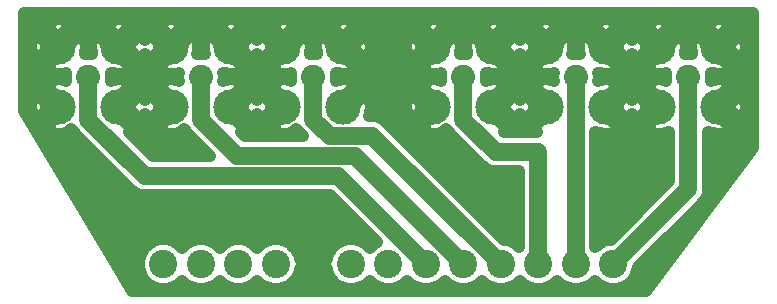
<source format=gbr>
%TF.GenerationSoftware,KiCad,Pcbnew,(5.1.9)-1*%
%TF.CreationDate,2021-11-23T14:08:38+07:00*%
%TF.ProjectId,ADC_SMA,4144435f-534d-4412-9e6b-696361645f70,rev?*%
%TF.SameCoordinates,Original*%
%TF.FileFunction,Copper,L1,Top*%
%TF.FilePolarity,Positive*%
%FSLAX46Y46*%
G04 Gerber Fmt 4.6, Leading zero omitted, Abs format (unit mm)*
G04 Created by KiCad (PCBNEW (5.1.9)-1) date 2021-11-23 14:08:38*
%MOMM*%
%LPD*%
G01*
G04 APERTURE LIST*
%TA.AperFunction,ComponentPad*%
%ADD10C,2.400000*%
%TD*%
%TA.AperFunction,ComponentPad*%
%ADD11C,3.000000*%
%TD*%
%TA.AperFunction,ComponentPad*%
%ADD12C,2.050000*%
%TD*%
%TA.AperFunction,Conductor*%
%ADD13C,1.500000*%
%TD*%
%TA.AperFunction,Conductor*%
%ADD14C,1.000000*%
%TD*%
%TA.AperFunction,Conductor*%
%ADD15C,0.100000*%
%TD*%
G04 APERTURE END LIST*
D10*
%TO.P,J6,1*%
%TO.N,N/C*%
X104775000Y-104775000D03*
%TD*%
%TO.P,J6,1*%
%TO.N,N/C*%
X107950000Y-104775000D03*
%TD*%
%TO.P,J6,1*%
%TO.N,N/C*%
X111125000Y-104775000D03*
%TD*%
%TO.P,J6,1*%
%TO.N,N/C*%
X101600000Y-104775000D03*
%TD*%
%TO.P,J6,1*%
%TO.N,N/C*%
X117475000Y-104775000D03*
%TD*%
%TO.P,J6,1*%
%TO.N,N/C*%
X120650000Y-104775000D03*
%TD*%
D11*
%TO.P,J13,2*%
%TO.N,GNDA*%
X97790000Y-91440000D03*
X92710000Y-91440000D03*
X92710000Y-86360000D03*
X97790000Y-86360000D03*
D12*
%TO.P,J13,1*%
%TO.N,Net-(J13-Pad1)*%
X95250000Y-88900000D03*
%TD*%
D11*
%TO.P,J12,2*%
%TO.N,GNDA*%
X107315000Y-91440000D03*
X102235000Y-91440000D03*
X102235000Y-86360000D03*
X107315000Y-86360000D03*
D12*
%TO.P,J12,1*%
%TO.N,Net-(J12-Pad1)*%
X104775000Y-88900000D03*
%TD*%
D11*
%TO.P,J11,2*%
%TO.N,GNDA*%
X116840000Y-91440000D03*
X111760000Y-91440000D03*
X111760000Y-86360000D03*
X116840000Y-86360000D03*
D12*
%TO.P,J11,1*%
%TO.N,Net-(J11-Pad1)*%
X114300000Y-88900000D03*
%TD*%
D11*
%TO.P,J10,2*%
%TO.N,GNDA*%
X129540000Y-91440000D03*
X124460000Y-91440000D03*
X124460000Y-86360000D03*
X129540000Y-86360000D03*
D12*
%TO.P,J10,1*%
%TO.N,Net-(J10-Pad1)*%
X127000000Y-88900000D03*
%TD*%
D11*
%TO.P,J9,2*%
%TO.N,GNDA*%
X139065000Y-91440000D03*
X133985000Y-91440000D03*
X133985000Y-86360000D03*
X139065000Y-86360000D03*
D12*
%TO.P,J9,1*%
%TO.N,Net-(J2-Pad1)*%
X136525000Y-88900000D03*
%TD*%
D11*
%TO.P,J8,2*%
%TO.N,GNDA*%
X148590000Y-91440000D03*
X143510000Y-91440000D03*
X143510000Y-86360000D03*
X148590000Y-86360000D03*
D12*
%TO.P,J8,1*%
%TO.N,Net-(J1-Pad1)*%
X146050000Y-88900000D03*
%TD*%
D10*
%TO.P,J7,1*%
%TO.N,GNDA*%
X114300000Y-104775000D03*
%TD*%
%TO.P,J6,1*%
%TO.N,Net-(J13-Pad1)*%
X123825000Y-104775000D03*
%TD*%
%TO.P,J5,1*%
%TO.N,Net-(J12-Pad1)*%
X127000000Y-104775000D03*
%TD*%
%TO.P,J4,1*%
%TO.N,Net-(J11-Pad1)*%
X130175000Y-104775000D03*
%TD*%
%TO.P,J3,1*%
%TO.N,Net-(J10-Pad1)*%
X133350000Y-104775000D03*
%TD*%
%TO.P,J2,1*%
%TO.N,Net-(J2-Pad1)*%
X136525000Y-104775000D03*
%TD*%
%TO.P,J1,1*%
%TO.N,Net-(J1-Pad1)*%
X139700000Y-104775000D03*
%TD*%
D13*
%TO.N,Net-(J1-Pad1)*%
X139700000Y-104775000D02*
X146050000Y-98425000D01*
X146050000Y-98425000D02*
X146050000Y-88900000D01*
%TO.N,Net-(J2-Pad1)*%
X136525000Y-104775000D02*
X136525000Y-88900000D01*
%TO.N,Net-(J10-Pad1)*%
X133350000Y-104775000D02*
X133350000Y-95250000D01*
X127000000Y-92526002D02*
X127000000Y-88900000D01*
X129723998Y-95250000D02*
X127000000Y-92526002D01*
X133350000Y-95250000D02*
X129723998Y-95250000D01*
%TO.N,Net-(J11-Pad1)*%
X114300000Y-92526002D02*
X114300000Y-88900000D01*
X115663999Y-93890001D02*
X114300000Y-92526002D01*
X119290001Y-93890001D02*
X115663999Y-93890001D01*
X130175000Y-104775000D02*
X119290001Y-93890001D01*
%TO.N,Net-(J12-Pad1)*%
X104775000Y-92526002D02*
X104775000Y-88900000D01*
X107839009Y-95590011D02*
X104775000Y-92526002D01*
X117815011Y-95590011D02*
X107839009Y-95590011D01*
X127000000Y-104775000D02*
X117815011Y-95590011D01*
%TO.N,Net-(J13-Pad1)*%
X95250000Y-92526002D02*
X95250000Y-88900000D01*
X100014019Y-97290021D02*
X95250000Y-92526002D01*
X116340021Y-97290021D02*
X100014019Y-97290021D01*
X123825000Y-104775000D02*
X116340021Y-97290021D01*
%TD*%
D14*
%TO.N,GNDA*%
X151475001Y-94941666D02*
X142412501Y-107025000D01*
X98948725Y-107025000D01*
X97474626Y-104568168D01*
X99500000Y-104568168D01*
X99500000Y-104981832D01*
X99580702Y-105387547D01*
X99739004Y-105769723D01*
X99968823Y-106113672D01*
X100261328Y-106406177D01*
X100605277Y-106635996D01*
X100987453Y-106794298D01*
X101393168Y-106875000D01*
X101806832Y-106875000D01*
X102212547Y-106794298D01*
X102594723Y-106635996D01*
X102938672Y-106406177D01*
X103187500Y-106157349D01*
X103436328Y-106406177D01*
X103780277Y-106635996D01*
X104162453Y-106794298D01*
X104568168Y-106875000D01*
X104981832Y-106875000D01*
X105387547Y-106794298D01*
X105769723Y-106635996D01*
X106113672Y-106406177D01*
X106362500Y-106157349D01*
X106611328Y-106406177D01*
X106955277Y-106635996D01*
X107337453Y-106794298D01*
X107743168Y-106875000D01*
X108156832Y-106875000D01*
X108562547Y-106794298D01*
X108944723Y-106635996D01*
X109288672Y-106406177D01*
X109537500Y-106157349D01*
X109786328Y-106406177D01*
X110130277Y-106635996D01*
X110512453Y-106794298D01*
X110918168Y-106875000D01*
X111331832Y-106875000D01*
X111737547Y-106794298D01*
X112119723Y-106635996D01*
X112463672Y-106406177D01*
X112511472Y-106358377D01*
X113423730Y-106358377D01*
X113560394Y-106643631D01*
X113939157Y-106752016D01*
X114331787Y-106784425D01*
X114723196Y-106739613D01*
X115039606Y-106643631D01*
X115176270Y-106358377D01*
X114300000Y-105482107D01*
X113423730Y-106358377D01*
X112511472Y-106358377D01*
X112756177Y-106113672D01*
X112985996Y-105769723D01*
X113144298Y-105387547D01*
X113185008Y-105182885D01*
X113592893Y-104775000D01*
X113185008Y-104367115D01*
X113144298Y-104162453D01*
X112985996Y-103780277D01*
X112756177Y-103436328D01*
X112511472Y-103191623D01*
X113423730Y-103191623D01*
X114300000Y-104067893D01*
X115176270Y-103191623D01*
X115039606Y-102906369D01*
X114660843Y-102797984D01*
X114268213Y-102765575D01*
X113876804Y-102810387D01*
X113560394Y-102906369D01*
X113423730Y-103191623D01*
X112511472Y-103191623D01*
X112463672Y-103143823D01*
X112119723Y-102914004D01*
X111737547Y-102755702D01*
X111331832Y-102675000D01*
X110918168Y-102675000D01*
X110512453Y-102755702D01*
X110130277Y-102914004D01*
X109786328Y-103143823D01*
X109537500Y-103392651D01*
X109288672Y-103143823D01*
X108944723Y-102914004D01*
X108562547Y-102755702D01*
X108156832Y-102675000D01*
X107743168Y-102675000D01*
X107337453Y-102755702D01*
X106955277Y-102914004D01*
X106611328Y-103143823D01*
X106362500Y-103392651D01*
X106113672Y-103143823D01*
X105769723Y-102914004D01*
X105387547Y-102755702D01*
X104981832Y-102675000D01*
X104568168Y-102675000D01*
X104162453Y-102755702D01*
X103780277Y-102914004D01*
X103436328Y-103143823D01*
X103187500Y-103392651D01*
X102938672Y-103143823D01*
X102594723Y-102914004D01*
X102212547Y-102755702D01*
X101806832Y-102675000D01*
X101393168Y-102675000D01*
X100987453Y-102755702D01*
X100605277Y-102914004D01*
X100261328Y-103143823D01*
X99968823Y-103436328D01*
X99739004Y-103780277D01*
X99580702Y-104162453D01*
X99500000Y-104568168D01*
X97474626Y-104568168D01*
X89825000Y-91818792D01*
X89825000Y-91399440D01*
X90399227Y-91399440D01*
X90435714Y-91851028D01*
X90559601Y-92286822D01*
X90590645Y-92361767D01*
X90906125Y-92536769D01*
X92002893Y-91440000D01*
X90906125Y-90343231D01*
X90590645Y-90518233D01*
X90451541Y-90949409D01*
X90399227Y-91399440D01*
X89825000Y-91399440D01*
X89825000Y-88163875D01*
X91613231Y-88163875D01*
X91788233Y-88479355D01*
X92219409Y-88618459D01*
X92669440Y-88670773D01*
X93121028Y-88634286D01*
X93353274Y-88568263D01*
X93325000Y-88710404D01*
X93325000Y-89089596D01*
X93353074Y-89230734D01*
X93200591Y-89181541D01*
X92750560Y-89129227D01*
X92298972Y-89165714D01*
X91863178Y-89289601D01*
X91788233Y-89320645D01*
X91613231Y-89636125D01*
X92710000Y-90732893D01*
X92724142Y-90718751D01*
X93431249Y-91425858D01*
X93417107Y-91440000D01*
X93431249Y-91454142D01*
X92724142Y-92161249D01*
X92710000Y-92147107D01*
X91613231Y-93243875D01*
X91788233Y-93559355D01*
X92219409Y-93698459D01*
X92669440Y-93750773D01*
X93121028Y-93714286D01*
X93556822Y-93590399D01*
X93631767Y-93559355D01*
X93784375Y-93284245D01*
X93871438Y-93447127D01*
X94077629Y-93698373D01*
X94140593Y-93750046D01*
X98789979Y-98399433D01*
X98841648Y-98462392D01*
X99092893Y-98668583D01*
X99379536Y-98821798D01*
X99690563Y-98916146D01*
X99932967Y-98940021D01*
X99932976Y-98940021D01*
X100014018Y-98948003D01*
X100095060Y-98940021D01*
X115656570Y-98940021D01*
X119640456Y-102923907D01*
X119311328Y-103143823D01*
X119062500Y-103392651D01*
X118813672Y-103143823D01*
X118469723Y-102914004D01*
X118087547Y-102755702D01*
X117681832Y-102675000D01*
X117268168Y-102675000D01*
X116862453Y-102755702D01*
X116480277Y-102914004D01*
X116136328Y-103143823D01*
X115843823Y-103436328D01*
X115614004Y-103780277D01*
X115455702Y-104162453D01*
X115414992Y-104367115D01*
X115007107Y-104775000D01*
X115414992Y-105182885D01*
X115455702Y-105387547D01*
X115614004Y-105769723D01*
X115843823Y-106113672D01*
X116136328Y-106406177D01*
X116480277Y-106635996D01*
X116862453Y-106794298D01*
X117268168Y-106875000D01*
X117681832Y-106875000D01*
X118087547Y-106794298D01*
X118469723Y-106635996D01*
X118813672Y-106406177D01*
X119062500Y-106157349D01*
X119311328Y-106406177D01*
X119655277Y-106635996D01*
X120037453Y-106794298D01*
X120443168Y-106875000D01*
X120856832Y-106875000D01*
X121262547Y-106794298D01*
X121644723Y-106635996D01*
X121988672Y-106406177D01*
X122237500Y-106157349D01*
X122486328Y-106406177D01*
X122830277Y-106635996D01*
X123212453Y-106794298D01*
X123618168Y-106875000D01*
X124031832Y-106875000D01*
X124437547Y-106794298D01*
X124819723Y-106635996D01*
X125163672Y-106406177D01*
X125412500Y-106157349D01*
X125661328Y-106406177D01*
X126005277Y-106635996D01*
X126387453Y-106794298D01*
X126793168Y-106875000D01*
X127206832Y-106875000D01*
X127612547Y-106794298D01*
X127994723Y-106635996D01*
X128338672Y-106406177D01*
X128587500Y-106157349D01*
X128836328Y-106406177D01*
X129180277Y-106635996D01*
X129562453Y-106794298D01*
X129968168Y-106875000D01*
X130381832Y-106875000D01*
X130787547Y-106794298D01*
X131169723Y-106635996D01*
X131513672Y-106406177D01*
X131762500Y-106157349D01*
X132011328Y-106406177D01*
X132355277Y-106635996D01*
X132737453Y-106794298D01*
X133143168Y-106875000D01*
X133556832Y-106875000D01*
X133962547Y-106794298D01*
X134344723Y-106635996D01*
X134688672Y-106406177D01*
X134937500Y-106157349D01*
X135186328Y-106406177D01*
X135530277Y-106635996D01*
X135912453Y-106794298D01*
X136318168Y-106875000D01*
X136731832Y-106875000D01*
X137137547Y-106794298D01*
X137519723Y-106635996D01*
X137863672Y-106406177D01*
X138112500Y-106157349D01*
X138361328Y-106406177D01*
X138705277Y-106635996D01*
X139087453Y-106794298D01*
X139493168Y-106875000D01*
X139906832Y-106875000D01*
X140312547Y-106794298D01*
X140694723Y-106635996D01*
X141038672Y-106406177D01*
X141331177Y-106113672D01*
X141560996Y-105769723D01*
X141719298Y-105387547D01*
X141793390Y-105015061D01*
X147159413Y-99649039D01*
X147222371Y-99597371D01*
X147428562Y-99346126D01*
X147581777Y-99059483D01*
X147676125Y-98748456D01*
X147700000Y-98506052D01*
X147700000Y-98506043D01*
X147707982Y-98425001D01*
X147700000Y-98343959D01*
X147700000Y-93569604D01*
X148099409Y-93698459D01*
X148549440Y-93750773D01*
X149001028Y-93714286D01*
X149436822Y-93590399D01*
X149511767Y-93559355D01*
X149686769Y-93243875D01*
X148590000Y-92147107D01*
X148575858Y-92161249D01*
X147868751Y-91454142D01*
X147882893Y-91440000D01*
X149297107Y-91440000D01*
X150393875Y-92536769D01*
X150709355Y-92361767D01*
X150848459Y-91930591D01*
X150900773Y-91480560D01*
X150864286Y-91028972D01*
X150740399Y-90593178D01*
X150709355Y-90518233D01*
X150393875Y-90343231D01*
X149297107Y-91440000D01*
X147882893Y-91440000D01*
X147868751Y-91425858D01*
X148575858Y-90718751D01*
X148590000Y-90732893D01*
X149686769Y-89636125D01*
X149511767Y-89320645D01*
X149080591Y-89181541D01*
X148630560Y-89129227D01*
X148178972Y-89165714D01*
X147946726Y-89231737D01*
X147975000Y-89089596D01*
X147975000Y-88710404D01*
X147946926Y-88569266D01*
X148099409Y-88618459D01*
X148549440Y-88670773D01*
X149001028Y-88634286D01*
X149436822Y-88510399D01*
X149511767Y-88479355D01*
X149686769Y-88163875D01*
X148590000Y-87067107D01*
X148575858Y-87081249D01*
X147868751Y-86374142D01*
X147882893Y-86360000D01*
X149297107Y-86360000D01*
X150393875Y-87456769D01*
X150709355Y-87281767D01*
X150848459Y-86850591D01*
X150900773Y-86400560D01*
X150864286Y-85948972D01*
X150740399Y-85513178D01*
X150709355Y-85438233D01*
X150393875Y-85263231D01*
X149297107Y-86360000D01*
X147882893Y-86360000D01*
X146786125Y-85263231D01*
X146470645Y-85438233D01*
X146331541Y-85869409D01*
X146279227Y-86319440D01*
X146315714Y-86771028D01*
X146381737Y-87003274D01*
X146239596Y-86975000D01*
X145860404Y-86975000D01*
X145719266Y-87003074D01*
X145768459Y-86850591D01*
X145820773Y-86400560D01*
X145784286Y-85948972D01*
X145660399Y-85513178D01*
X145629355Y-85438233D01*
X145313875Y-85263231D01*
X144217107Y-86360000D01*
X144231249Y-86374142D01*
X143524142Y-87081249D01*
X143510000Y-87067107D01*
X142413231Y-88163875D01*
X142588233Y-88479355D01*
X143019409Y-88618459D01*
X143469440Y-88670773D01*
X143921028Y-88634286D01*
X144153274Y-88568263D01*
X144125000Y-88710404D01*
X144125000Y-89089596D01*
X144153074Y-89230734D01*
X144000591Y-89181541D01*
X143550560Y-89129227D01*
X143098972Y-89165714D01*
X142663178Y-89289601D01*
X142588233Y-89320645D01*
X142413231Y-89636125D01*
X143510000Y-90732893D01*
X143524142Y-90718751D01*
X144231249Y-91425858D01*
X144217107Y-91440000D01*
X144231249Y-91454142D01*
X143524142Y-92161249D01*
X143510000Y-92147107D01*
X142413231Y-93243875D01*
X142588233Y-93559355D01*
X143019409Y-93698459D01*
X143469440Y-93750773D01*
X143921028Y-93714286D01*
X144356822Y-93590399D01*
X144400001Y-93572513D01*
X144400000Y-97741548D01*
X139459939Y-102681610D01*
X139087453Y-102755702D01*
X138705277Y-102914004D01*
X138361328Y-103143823D01*
X138175000Y-103330151D01*
X138175000Y-93569604D01*
X138574409Y-93698459D01*
X139024440Y-93750773D01*
X139476028Y-93714286D01*
X139911822Y-93590399D01*
X139986767Y-93559355D01*
X140161769Y-93243875D01*
X139065000Y-92147107D01*
X139050858Y-92161249D01*
X138343751Y-91454142D01*
X138357893Y-91440000D01*
X139772107Y-91440000D01*
X140868875Y-92536769D01*
X141184355Y-92361767D01*
X141288839Y-92037903D01*
X141359601Y-92286822D01*
X141390645Y-92361767D01*
X141706125Y-92536769D01*
X142802893Y-91440000D01*
X141706125Y-90343231D01*
X141390645Y-90518233D01*
X141286161Y-90842097D01*
X141215399Y-90593178D01*
X141184355Y-90518233D01*
X140868875Y-90343231D01*
X139772107Y-91440000D01*
X138357893Y-91440000D01*
X138343751Y-91425858D01*
X139050858Y-90718751D01*
X139065000Y-90732893D01*
X140161769Y-89636125D01*
X139986767Y-89320645D01*
X139555591Y-89181541D01*
X139105560Y-89129227D01*
X138653972Y-89165714D01*
X138421726Y-89231737D01*
X138450000Y-89089596D01*
X138450000Y-88710404D01*
X138421926Y-88569266D01*
X138574409Y-88618459D01*
X139024440Y-88670773D01*
X139476028Y-88634286D01*
X139911822Y-88510399D01*
X139986767Y-88479355D01*
X140161769Y-88163875D01*
X139065000Y-87067107D01*
X139050858Y-87081249D01*
X138343751Y-86374142D01*
X138357893Y-86360000D01*
X139772107Y-86360000D01*
X140868875Y-87456769D01*
X141184355Y-87281767D01*
X141288839Y-86957903D01*
X141359601Y-87206822D01*
X141390645Y-87281767D01*
X141706125Y-87456769D01*
X142802893Y-86360000D01*
X141706125Y-85263231D01*
X141390645Y-85438233D01*
X141286161Y-85762097D01*
X141215399Y-85513178D01*
X141184355Y-85438233D01*
X140868875Y-85263231D01*
X139772107Y-86360000D01*
X138357893Y-86360000D01*
X137261125Y-85263231D01*
X136945645Y-85438233D01*
X136806541Y-85869409D01*
X136754227Y-86319440D01*
X136790714Y-86771028D01*
X136856737Y-87003274D01*
X136714596Y-86975000D01*
X136335404Y-86975000D01*
X136194266Y-87003074D01*
X136243459Y-86850591D01*
X136295773Y-86400560D01*
X136259286Y-85948972D01*
X136135399Y-85513178D01*
X136104355Y-85438233D01*
X135788875Y-85263231D01*
X134692107Y-86360000D01*
X134706249Y-86374142D01*
X133999142Y-87081249D01*
X133985000Y-87067107D01*
X132888231Y-88163875D01*
X133063233Y-88479355D01*
X133494409Y-88618459D01*
X133944440Y-88670773D01*
X134396028Y-88634286D01*
X134628274Y-88568263D01*
X134600000Y-88710404D01*
X134600000Y-89089596D01*
X134628074Y-89230734D01*
X134475591Y-89181541D01*
X134025560Y-89129227D01*
X133573972Y-89165714D01*
X133138178Y-89289601D01*
X133063233Y-89320645D01*
X132888231Y-89636125D01*
X133985000Y-90732893D01*
X133999142Y-90718751D01*
X134706249Y-91425858D01*
X134692107Y-91440000D01*
X134706249Y-91454142D01*
X133999142Y-92161249D01*
X133985000Y-92147107D01*
X132888231Y-93243875D01*
X133063233Y-93559355D01*
X133189219Y-93600000D01*
X130407450Y-93600000D01*
X130394619Y-93587169D01*
X130461767Y-93559355D01*
X130636769Y-93243875D01*
X129540000Y-92147107D01*
X129525858Y-92161249D01*
X128818751Y-91454142D01*
X128832893Y-91440000D01*
X130247107Y-91440000D01*
X131343875Y-92536769D01*
X131659355Y-92361767D01*
X131763839Y-92037903D01*
X131834601Y-92286822D01*
X131865645Y-92361767D01*
X132181125Y-92536769D01*
X133277893Y-91440000D01*
X132181125Y-90343231D01*
X131865645Y-90518233D01*
X131761161Y-90842097D01*
X131690399Y-90593178D01*
X131659355Y-90518233D01*
X131343875Y-90343231D01*
X130247107Y-91440000D01*
X128832893Y-91440000D01*
X128818751Y-91425858D01*
X129525858Y-90718751D01*
X129540000Y-90732893D01*
X130636769Y-89636125D01*
X130461767Y-89320645D01*
X130030591Y-89181541D01*
X129580560Y-89129227D01*
X129128972Y-89165714D01*
X128896726Y-89231737D01*
X128925000Y-89089596D01*
X128925000Y-88710404D01*
X128896926Y-88569266D01*
X129049409Y-88618459D01*
X129499440Y-88670773D01*
X129951028Y-88634286D01*
X130386822Y-88510399D01*
X130461767Y-88479355D01*
X130636769Y-88163875D01*
X129540000Y-87067107D01*
X129525858Y-87081249D01*
X128818751Y-86374142D01*
X128832893Y-86360000D01*
X130247107Y-86360000D01*
X131343875Y-87456769D01*
X131659355Y-87281767D01*
X131763839Y-86957903D01*
X131834601Y-87206822D01*
X131865645Y-87281767D01*
X132181125Y-87456769D01*
X133277893Y-86360000D01*
X132181125Y-85263231D01*
X131865645Y-85438233D01*
X131761161Y-85762097D01*
X131690399Y-85513178D01*
X131659355Y-85438233D01*
X131343875Y-85263231D01*
X130247107Y-86360000D01*
X128832893Y-86360000D01*
X127736125Y-85263231D01*
X127420645Y-85438233D01*
X127281541Y-85869409D01*
X127229227Y-86319440D01*
X127265714Y-86771028D01*
X127331737Y-87003274D01*
X127189596Y-86975000D01*
X126810404Y-86975000D01*
X126669266Y-87003074D01*
X126718459Y-86850591D01*
X126770773Y-86400560D01*
X126734286Y-85948972D01*
X126610399Y-85513178D01*
X126579355Y-85438233D01*
X126263875Y-85263231D01*
X125167107Y-86360000D01*
X125181249Y-86374142D01*
X124474142Y-87081249D01*
X124460000Y-87067107D01*
X123363231Y-88163875D01*
X123538233Y-88479355D01*
X123969409Y-88618459D01*
X124419440Y-88670773D01*
X124871028Y-88634286D01*
X125103274Y-88568263D01*
X125075000Y-88710404D01*
X125075000Y-89089596D01*
X125103074Y-89230734D01*
X124950591Y-89181541D01*
X124500560Y-89129227D01*
X124048972Y-89165714D01*
X123613178Y-89289601D01*
X123538233Y-89320645D01*
X123363231Y-89636125D01*
X124460000Y-90732893D01*
X124474142Y-90718751D01*
X125181249Y-91425858D01*
X125167107Y-91440000D01*
X125181249Y-91454142D01*
X124474142Y-92161249D01*
X124460000Y-92147107D01*
X123363231Y-93243875D01*
X123538233Y-93559355D01*
X123969409Y-93698459D01*
X124419440Y-93750773D01*
X124871028Y-93714286D01*
X125306822Y-93590399D01*
X125381767Y-93559355D01*
X125534375Y-93284245D01*
X125621438Y-93447127D01*
X125827629Y-93698373D01*
X125890593Y-93750046D01*
X128499958Y-96359412D01*
X128551627Y-96422371D01*
X128614584Y-96474038D01*
X128802871Y-96628562D01*
X129089515Y-96781777D01*
X129400541Y-96876125D01*
X129723998Y-96907983D01*
X129805050Y-96900000D01*
X131700001Y-96900000D01*
X131700000Y-103330151D01*
X131513672Y-103143823D01*
X131169723Y-102914004D01*
X130787547Y-102755702D01*
X130415062Y-102681610D01*
X120514046Y-92780595D01*
X120462372Y-92717630D01*
X120211127Y-92511439D01*
X119924484Y-92358224D01*
X119613457Y-92263876D01*
X119371053Y-92240001D01*
X119371043Y-92240001D01*
X119290001Y-92232019D01*
X119208959Y-92240001D01*
X118998639Y-92240001D01*
X119098459Y-91930591D01*
X119150773Y-91480560D01*
X119144219Y-91399440D01*
X122149227Y-91399440D01*
X122185714Y-91851028D01*
X122309601Y-92286822D01*
X122340645Y-92361767D01*
X122656125Y-92536769D01*
X123752893Y-91440000D01*
X122656125Y-90343231D01*
X122340645Y-90518233D01*
X122201541Y-90949409D01*
X122149227Y-91399440D01*
X119144219Y-91399440D01*
X119114286Y-91028972D01*
X118990399Y-90593178D01*
X118959355Y-90518233D01*
X118643875Y-90343231D01*
X117547107Y-91440000D01*
X117561249Y-91454142D01*
X116854142Y-92161249D01*
X116840000Y-92147107D01*
X116825858Y-92161249D01*
X116118751Y-91454142D01*
X116132893Y-91440000D01*
X116118751Y-91425858D01*
X116825858Y-90718751D01*
X116840000Y-90732893D01*
X117936769Y-89636125D01*
X117761767Y-89320645D01*
X117330591Y-89181541D01*
X116880560Y-89129227D01*
X116428972Y-89165714D01*
X116196726Y-89231737D01*
X116225000Y-89089596D01*
X116225000Y-88710404D01*
X116196926Y-88569266D01*
X116349409Y-88618459D01*
X116799440Y-88670773D01*
X117251028Y-88634286D01*
X117686822Y-88510399D01*
X117761767Y-88479355D01*
X117936769Y-88163875D01*
X116840000Y-87067107D01*
X116825858Y-87081249D01*
X116118751Y-86374142D01*
X116132893Y-86360000D01*
X117547107Y-86360000D01*
X118643875Y-87456769D01*
X118959355Y-87281767D01*
X119098459Y-86850591D01*
X119150773Y-86400560D01*
X119144219Y-86319440D01*
X122149227Y-86319440D01*
X122185714Y-86771028D01*
X122309601Y-87206822D01*
X122340645Y-87281767D01*
X122656125Y-87456769D01*
X123752893Y-86360000D01*
X122656125Y-85263231D01*
X122340645Y-85438233D01*
X122201541Y-85869409D01*
X122149227Y-86319440D01*
X119144219Y-86319440D01*
X119114286Y-85948972D01*
X118990399Y-85513178D01*
X118959355Y-85438233D01*
X118643875Y-85263231D01*
X117547107Y-86360000D01*
X116132893Y-86360000D01*
X115036125Y-85263231D01*
X114720645Y-85438233D01*
X114581541Y-85869409D01*
X114529227Y-86319440D01*
X114565714Y-86771028D01*
X114631737Y-87003274D01*
X114489596Y-86975000D01*
X114110404Y-86975000D01*
X113969266Y-87003074D01*
X114018459Y-86850591D01*
X114070773Y-86400560D01*
X114034286Y-85948972D01*
X113910399Y-85513178D01*
X113879355Y-85438233D01*
X113563875Y-85263231D01*
X112467107Y-86360000D01*
X112481249Y-86374142D01*
X111774142Y-87081249D01*
X111760000Y-87067107D01*
X110663231Y-88163875D01*
X110838233Y-88479355D01*
X111269409Y-88618459D01*
X111719440Y-88670773D01*
X112171028Y-88634286D01*
X112403274Y-88568263D01*
X112375000Y-88710404D01*
X112375000Y-89089596D01*
X112403074Y-89230734D01*
X112250591Y-89181541D01*
X111800560Y-89129227D01*
X111348972Y-89165714D01*
X110913178Y-89289601D01*
X110838233Y-89320645D01*
X110663231Y-89636125D01*
X111760000Y-90732893D01*
X111774142Y-90718751D01*
X112481249Y-91425858D01*
X112467107Y-91440000D01*
X112481249Y-91454142D01*
X111774142Y-92161249D01*
X111760000Y-92147107D01*
X110663231Y-93243875D01*
X110838233Y-93559355D01*
X111269409Y-93698459D01*
X111719440Y-93750773D01*
X112171028Y-93714286D01*
X112606822Y-93590399D01*
X112681767Y-93559355D01*
X112834375Y-93284245D01*
X112921438Y-93447127D01*
X113127629Y-93698373D01*
X113190593Y-93750046D01*
X113380558Y-93940011D01*
X108522461Y-93940011D01*
X108169619Y-93587169D01*
X108236767Y-93559355D01*
X108411769Y-93243875D01*
X107315000Y-92147107D01*
X107300858Y-92161249D01*
X106593751Y-91454142D01*
X106607893Y-91440000D01*
X108022107Y-91440000D01*
X109118875Y-92536769D01*
X109434355Y-92361767D01*
X109538839Y-92037903D01*
X109609601Y-92286822D01*
X109640645Y-92361767D01*
X109956125Y-92536769D01*
X111052893Y-91440000D01*
X109956125Y-90343231D01*
X109640645Y-90518233D01*
X109536161Y-90842097D01*
X109465399Y-90593178D01*
X109434355Y-90518233D01*
X109118875Y-90343231D01*
X108022107Y-91440000D01*
X106607893Y-91440000D01*
X106593751Y-91425858D01*
X107300858Y-90718751D01*
X107315000Y-90732893D01*
X108411769Y-89636125D01*
X108236767Y-89320645D01*
X107805591Y-89181541D01*
X107355560Y-89129227D01*
X106903972Y-89165714D01*
X106671726Y-89231737D01*
X106700000Y-89089596D01*
X106700000Y-88710404D01*
X106671926Y-88569266D01*
X106824409Y-88618459D01*
X107274440Y-88670773D01*
X107726028Y-88634286D01*
X108161822Y-88510399D01*
X108236767Y-88479355D01*
X108411769Y-88163875D01*
X107315000Y-87067107D01*
X107300858Y-87081249D01*
X106593751Y-86374142D01*
X106607893Y-86360000D01*
X108022107Y-86360000D01*
X109118875Y-87456769D01*
X109434355Y-87281767D01*
X109538839Y-86957903D01*
X109609601Y-87206822D01*
X109640645Y-87281767D01*
X109956125Y-87456769D01*
X111052893Y-86360000D01*
X109956125Y-85263231D01*
X109640645Y-85438233D01*
X109536161Y-85762097D01*
X109465399Y-85513178D01*
X109434355Y-85438233D01*
X109118875Y-85263231D01*
X108022107Y-86360000D01*
X106607893Y-86360000D01*
X105511125Y-85263231D01*
X105195645Y-85438233D01*
X105056541Y-85869409D01*
X105004227Y-86319440D01*
X105040714Y-86771028D01*
X105106737Y-87003274D01*
X104964596Y-86975000D01*
X104585404Y-86975000D01*
X104444266Y-87003074D01*
X104493459Y-86850591D01*
X104545773Y-86400560D01*
X104509286Y-85948972D01*
X104385399Y-85513178D01*
X104354355Y-85438233D01*
X104038875Y-85263231D01*
X102942107Y-86360000D01*
X102956249Y-86374142D01*
X102249142Y-87081249D01*
X102235000Y-87067107D01*
X101138231Y-88163875D01*
X101313233Y-88479355D01*
X101744409Y-88618459D01*
X102194440Y-88670773D01*
X102646028Y-88634286D01*
X102878274Y-88568263D01*
X102850000Y-88710404D01*
X102850000Y-89089596D01*
X102878074Y-89230734D01*
X102725591Y-89181541D01*
X102275560Y-89129227D01*
X101823972Y-89165714D01*
X101388178Y-89289601D01*
X101313233Y-89320645D01*
X101138231Y-89636125D01*
X102235000Y-90732893D01*
X102249142Y-90718751D01*
X102956249Y-91425858D01*
X102942107Y-91440000D01*
X102956249Y-91454142D01*
X102249142Y-92161249D01*
X102235000Y-92147107D01*
X101138231Y-93243875D01*
X101313233Y-93559355D01*
X101744409Y-93698459D01*
X102194440Y-93750773D01*
X102646028Y-93714286D01*
X103081822Y-93590399D01*
X103156767Y-93559355D01*
X103309375Y-93284245D01*
X103396438Y-93447127D01*
X103602629Y-93698373D01*
X103665593Y-93750046D01*
X105555567Y-95640021D01*
X100697471Y-95640021D01*
X98644619Y-93587169D01*
X98711767Y-93559355D01*
X98886769Y-93243875D01*
X97790000Y-92147107D01*
X97775858Y-92161249D01*
X97068751Y-91454142D01*
X97082893Y-91440000D01*
X98497107Y-91440000D01*
X99593875Y-92536769D01*
X99909355Y-92361767D01*
X100013839Y-92037903D01*
X100084601Y-92286822D01*
X100115645Y-92361767D01*
X100431125Y-92536769D01*
X101527893Y-91440000D01*
X100431125Y-90343231D01*
X100115645Y-90518233D01*
X100011161Y-90842097D01*
X99940399Y-90593178D01*
X99909355Y-90518233D01*
X99593875Y-90343231D01*
X98497107Y-91440000D01*
X97082893Y-91440000D01*
X97068751Y-91425858D01*
X97775858Y-90718751D01*
X97790000Y-90732893D01*
X98886769Y-89636125D01*
X98711767Y-89320645D01*
X98280591Y-89181541D01*
X97830560Y-89129227D01*
X97378972Y-89165714D01*
X97146726Y-89231737D01*
X97175000Y-89089596D01*
X97175000Y-88710404D01*
X97146926Y-88569266D01*
X97299409Y-88618459D01*
X97749440Y-88670773D01*
X98201028Y-88634286D01*
X98636822Y-88510399D01*
X98711767Y-88479355D01*
X98886769Y-88163875D01*
X97790000Y-87067107D01*
X97775858Y-87081249D01*
X97068751Y-86374142D01*
X97082893Y-86360000D01*
X98497107Y-86360000D01*
X99593875Y-87456769D01*
X99909355Y-87281767D01*
X100013839Y-86957903D01*
X100084601Y-87206822D01*
X100115645Y-87281767D01*
X100431125Y-87456769D01*
X101527893Y-86360000D01*
X100431125Y-85263231D01*
X100115645Y-85438233D01*
X100011161Y-85762097D01*
X99940399Y-85513178D01*
X99909355Y-85438233D01*
X99593875Y-85263231D01*
X98497107Y-86360000D01*
X97082893Y-86360000D01*
X95986125Y-85263231D01*
X95670645Y-85438233D01*
X95531541Y-85869409D01*
X95479227Y-86319440D01*
X95515714Y-86771028D01*
X95581737Y-87003274D01*
X95439596Y-86975000D01*
X95060404Y-86975000D01*
X94919266Y-87003074D01*
X94968459Y-86850591D01*
X95020773Y-86400560D01*
X94984286Y-85948972D01*
X94860399Y-85513178D01*
X94829355Y-85438233D01*
X94513875Y-85263231D01*
X93417107Y-86360000D01*
X93431249Y-86374142D01*
X92724142Y-87081249D01*
X92710000Y-87067107D01*
X91613231Y-88163875D01*
X89825000Y-88163875D01*
X89825000Y-86319440D01*
X90399227Y-86319440D01*
X90435714Y-86771028D01*
X90559601Y-87206822D01*
X90590645Y-87281767D01*
X90906125Y-87456769D01*
X92002893Y-86360000D01*
X90906125Y-85263231D01*
X90590645Y-85438233D01*
X90451541Y-85869409D01*
X90399227Y-86319440D01*
X89825000Y-86319440D01*
X89825000Y-84556125D01*
X91613231Y-84556125D01*
X92710000Y-85652893D01*
X93806769Y-84556125D01*
X96693231Y-84556125D01*
X97790000Y-85652893D01*
X98886769Y-84556125D01*
X101138231Y-84556125D01*
X102235000Y-85652893D01*
X103331769Y-84556125D01*
X106218231Y-84556125D01*
X107315000Y-85652893D01*
X108411769Y-84556125D01*
X110663231Y-84556125D01*
X111760000Y-85652893D01*
X112856769Y-84556125D01*
X115743231Y-84556125D01*
X116840000Y-85652893D01*
X117936769Y-84556125D01*
X123363231Y-84556125D01*
X124460000Y-85652893D01*
X125556769Y-84556125D01*
X128443231Y-84556125D01*
X129540000Y-85652893D01*
X130636769Y-84556125D01*
X132888231Y-84556125D01*
X133985000Y-85652893D01*
X135081769Y-84556125D01*
X137968231Y-84556125D01*
X139065000Y-85652893D01*
X140161769Y-84556125D01*
X142413231Y-84556125D01*
X143510000Y-85652893D01*
X144606769Y-84556125D01*
X147493231Y-84556125D01*
X148590000Y-85652893D01*
X149686769Y-84556125D01*
X149511767Y-84240645D01*
X149080591Y-84101541D01*
X148630560Y-84049227D01*
X148178972Y-84085714D01*
X147743178Y-84209601D01*
X147668233Y-84240645D01*
X147493231Y-84556125D01*
X144606769Y-84556125D01*
X144431767Y-84240645D01*
X144000591Y-84101541D01*
X143550560Y-84049227D01*
X143098972Y-84085714D01*
X142663178Y-84209601D01*
X142588233Y-84240645D01*
X142413231Y-84556125D01*
X140161769Y-84556125D01*
X139986767Y-84240645D01*
X139555591Y-84101541D01*
X139105560Y-84049227D01*
X138653972Y-84085714D01*
X138218178Y-84209601D01*
X138143233Y-84240645D01*
X137968231Y-84556125D01*
X135081769Y-84556125D01*
X134906767Y-84240645D01*
X134475591Y-84101541D01*
X134025560Y-84049227D01*
X133573972Y-84085714D01*
X133138178Y-84209601D01*
X133063233Y-84240645D01*
X132888231Y-84556125D01*
X130636769Y-84556125D01*
X130461767Y-84240645D01*
X130030591Y-84101541D01*
X129580560Y-84049227D01*
X129128972Y-84085714D01*
X128693178Y-84209601D01*
X128618233Y-84240645D01*
X128443231Y-84556125D01*
X125556769Y-84556125D01*
X125381767Y-84240645D01*
X124950591Y-84101541D01*
X124500560Y-84049227D01*
X124048972Y-84085714D01*
X123613178Y-84209601D01*
X123538233Y-84240645D01*
X123363231Y-84556125D01*
X117936769Y-84556125D01*
X117761767Y-84240645D01*
X117330591Y-84101541D01*
X116880560Y-84049227D01*
X116428972Y-84085714D01*
X115993178Y-84209601D01*
X115918233Y-84240645D01*
X115743231Y-84556125D01*
X112856769Y-84556125D01*
X112681767Y-84240645D01*
X112250591Y-84101541D01*
X111800560Y-84049227D01*
X111348972Y-84085714D01*
X110913178Y-84209601D01*
X110838233Y-84240645D01*
X110663231Y-84556125D01*
X108411769Y-84556125D01*
X108236767Y-84240645D01*
X107805591Y-84101541D01*
X107355560Y-84049227D01*
X106903972Y-84085714D01*
X106468178Y-84209601D01*
X106393233Y-84240645D01*
X106218231Y-84556125D01*
X103331769Y-84556125D01*
X103156767Y-84240645D01*
X102725591Y-84101541D01*
X102275560Y-84049227D01*
X101823972Y-84085714D01*
X101388178Y-84209601D01*
X101313233Y-84240645D01*
X101138231Y-84556125D01*
X98886769Y-84556125D01*
X98711767Y-84240645D01*
X98280591Y-84101541D01*
X97830560Y-84049227D01*
X97378972Y-84085714D01*
X96943178Y-84209601D01*
X96868233Y-84240645D01*
X96693231Y-84556125D01*
X93806769Y-84556125D01*
X93631767Y-84240645D01*
X93200591Y-84101541D01*
X92750560Y-84049227D01*
X92298972Y-84085714D01*
X91863178Y-84209601D01*
X91788233Y-84240645D01*
X91613231Y-84556125D01*
X89825000Y-84556125D01*
X89825000Y-83475000D01*
X151475000Y-83475000D01*
X151475001Y-94941666D01*
%TA.AperFunction,Conductor*%
D15*
G36*
X151475001Y-94941666D02*
G01*
X142412501Y-107025000D01*
X98948725Y-107025000D01*
X97474626Y-104568168D01*
X99500000Y-104568168D01*
X99500000Y-104981832D01*
X99580702Y-105387547D01*
X99739004Y-105769723D01*
X99968823Y-106113672D01*
X100261328Y-106406177D01*
X100605277Y-106635996D01*
X100987453Y-106794298D01*
X101393168Y-106875000D01*
X101806832Y-106875000D01*
X102212547Y-106794298D01*
X102594723Y-106635996D01*
X102938672Y-106406177D01*
X103187500Y-106157349D01*
X103436328Y-106406177D01*
X103780277Y-106635996D01*
X104162453Y-106794298D01*
X104568168Y-106875000D01*
X104981832Y-106875000D01*
X105387547Y-106794298D01*
X105769723Y-106635996D01*
X106113672Y-106406177D01*
X106362500Y-106157349D01*
X106611328Y-106406177D01*
X106955277Y-106635996D01*
X107337453Y-106794298D01*
X107743168Y-106875000D01*
X108156832Y-106875000D01*
X108562547Y-106794298D01*
X108944723Y-106635996D01*
X109288672Y-106406177D01*
X109537500Y-106157349D01*
X109786328Y-106406177D01*
X110130277Y-106635996D01*
X110512453Y-106794298D01*
X110918168Y-106875000D01*
X111331832Y-106875000D01*
X111737547Y-106794298D01*
X112119723Y-106635996D01*
X112463672Y-106406177D01*
X112511472Y-106358377D01*
X113423730Y-106358377D01*
X113560394Y-106643631D01*
X113939157Y-106752016D01*
X114331787Y-106784425D01*
X114723196Y-106739613D01*
X115039606Y-106643631D01*
X115176270Y-106358377D01*
X114300000Y-105482107D01*
X113423730Y-106358377D01*
X112511472Y-106358377D01*
X112756177Y-106113672D01*
X112985996Y-105769723D01*
X113144298Y-105387547D01*
X113185008Y-105182885D01*
X113592893Y-104775000D01*
X113185008Y-104367115D01*
X113144298Y-104162453D01*
X112985996Y-103780277D01*
X112756177Y-103436328D01*
X112511472Y-103191623D01*
X113423730Y-103191623D01*
X114300000Y-104067893D01*
X115176270Y-103191623D01*
X115039606Y-102906369D01*
X114660843Y-102797984D01*
X114268213Y-102765575D01*
X113876804Y-102810387D01*
X113560394Y-102906369D01*
X113423730Y-103191623D01*
X112511472Y-103191623D01*
X112463672Y-103143823D01*
X112119723Y-102914004D01*
X111737547Y-102755702D01*
X111331832Y-102675000D01*
X110918168Y-102675000D01*
X110512453Y-102755702D01*
X110130277Y-102914004D01*
X109786328Y-103143823D01*
X109537500Y-103392651D01*
X109288672Y-103143823D01*
X108944723Y-102914004D01*
X108562547Y-102755702D01*
X108156832Y-102675000D01*
X107743168Y-102675000D01*
X107337453Y-102755702D01*
X106955277Y-102914004D01*
X106611328Y-103143823D01*
X106362500Y-103392651D01*
X106113672Y-103143823D01*
X105769723Y-102914004D01*
X105387547Y-102755702D01*
X104981832Y-102675000D01*
X104568168Y-102675000D01*
X104162453Y-102755702D01*
X103780277Y-102914004D01*
X103436328Y-103143823D01*
X103187500Y-103392651D01*
X102938672Y-103143823D01*
X102594723Y-102914004D01*
X102212547Y-102755702D01*
X101806832Y-102675000D01*
X101393168Y-102675000D01*
X100987453Y-102755702D01*
X100605277Y-102914004D01*
X100261328Y-103143823D01*
X99968823Y-103436328D01*
X99739004Y-103780277D01*
X99580702Y-104162453D01*
X99500000Y-104568168D01*
X97474626Y-104568168D01*
X89825000Y-91818792D01*
X89825000Y-91399440D01*
X90399227Y-91399440D01*
X90435714Y-91851028D01*
X90559601Y-92286822D01*
X90590645Y-92361767D01*
X90906125Y-92536769D01*
X92002893Y-91440000D01*
X90906125Y-90343231D01*
X90590645Y-90518233D01*
X90451541Y-90949409D01*
X90399227Y-91399440D01*
X89825000Y-91399440D01*
X89825000Y-88163875D01*
X91613231Y-88163875D01*
X91788233Y-88479355D01*
X92219409Y-88618459D01*
X92669440Y-88670773D01*
X93121028Y-88634286D01*
X93353274Y-88568263D01*
X93325000Y-88710404D01*
X93325000Y-89089596D01*
X93353074Y-89230734D01*
X93200591Y-89181541D01*
X92750560Y-89129227D01*
X92298972Y-89165714D01*
X91863178Y-89289601D01*
X91788233Y-89320645D01*
X91613231Y-89636125D01*
X92710000Y-90732893D01*
X92724142Y-90718751D01*
X93431249Y-91425858D01*
X93417107Y-91440000D01*
X93431249Y-91454142D01*
X92724142Y-92161249D01*
X92710000Y-92147107D01*
X91613231Y-93243875D01*
X91788233Y-93559355D01*
X92219409Y-93698459D01*
X92669440Y-93750773D01*
X93121028Y-93714286D01*
X93556822Y-93590399D01*
X93631767Y-93559355D01*
X93784375Y-93284245D01*
X93871438Y-93447127D01*
X94077629Y-93698373D01*
X94140593Y-93750046D01*
X98789979Y-98399433D01*
X98841648Y-98462392D01*
X99092893Y-98668583D01*
X99379536Y-98821798D01*
X99690563Y-98916146D01*
X99932967Y-98940021D01*
X99932976Y-98940021D01*
X100014018Y-98948003D01*
X100095060Y-98940021D01*
X115656570Y-98940021D01*
X119640456Y-102923907D01*
X119311328Y-103143823D01*
X119062500Y-103392651D01*
X118813672Y-103143823D01*
X118469723Y-102914004D01*
X118087547Y-102755702D01*
X117681832Y-102675000D01*
X117268168Y-102675000D01*
X116862453Y-102755702D01*
X116480277Y-102914004D01*
X116136328Y-103143823D01*
X115843823Y-103436328D01*
X115614004Y-103780277D01*
X115455702Y-104162453D01*
X115414992Y-104367115D01*
X115007107Y-104775000D01*
X115414992Y-105182885D01*
X115455702Y-105387547D01*
X115614004Y-105769723D01*
X115843823Y-106113672D01*
X116136328Y-106406177D01*
X116480277Y-106635996D01*
X116862453Y-106794298D01*
X117268168Y-106875000D01*
X117681832Y-106875000D01*
X118087547Y-106794298D01*
X118469723Y-106635996D01*
X118813672Y-106406177D01*
X119062500Y-106157349D01*
X119311328Y-106406177D01*
X119655277Y-106635996D01*
X120037453Y-106794298D01*
X120443168Y-106875000D01*
X120856832Y-106875000D01*
X121262547Y-106794298D01*
X121644723Y-106635996D01*
X121988672Y-106406177D01*
X122237500Y-106157349D01*
X122486328Y-106406177D01*
X122830277Y-106635996D01*
X123212453Y-106794298D01*
X123618168Y-106875000D01*
X124031832Y-106875000D01*
X124437547Y-106794298D01*
X124819723Y-106635996D01*
X125163672Y-106406177D01*
X125412500Y-106157349D01*
X125661328Y-106406177D01*
X126005277Y-106635996D01*
X126387453Y-106794298D01*
X126793168Y-106875000D01*
X127206832Y-106875000D01*
X127612547Y-106794298D01*
X127994723Y-106635996D01*
X128338672Y-106406177D01*
X128587500Y-106157349D01*
X128836328Y-106406177D01*
X129180277Y-106635996D01*
X129562453Y-106794298D01*
X129968168Y-106875000D01*
X130381832Y-106875000D01*
X130787547Y-106794298D01*
X131169723Y-106635996D01*
X131513672Y-106406177D01*
X131762500Y-106157349D01*
X132011328Y-106406177D01*
X132355277Y-106635996D01*
X132737453Y-106794298D01*
X133143168Y-106875000D01*
X133556832Y-106875000D01*
X133962547Y-106794298D01*
X134344723Y-106635996D01*
X134688672Y-106406177D01*
X134937500Y-106157349D01*
X135186328Y-106406177D01*
X135530277Y-106635996D01*
X135912453Y-106794298D01*
X136318168Y-106875000D01*
X136731832Y-106875000D01*
X137137547Y-106794298D01*
X137519723Y-106635996D01*
X137863672Y-106406177D01*
X138112500Y-106157349D01*
X138361328Y-106406177D01*
X138705277Y-106635996D01*
X139087453Y-106794298D01*
X139493168Y-106875000D01*
X139906832Y-106875000D01*
X140312547Y-106794298D01*
X140694723Y-106635996D01*
X141038672Y-106406177D01*
X141331177Y-106113672D01*
X141560996Y-105769723D01*
X141719298Y-105387547D01*
X141793390Y-105015061D01*
X147159413Y-99649039D01*
X147222371Y-99597371D01*
X147428562Y-99346126D01*
X147581777Y-99059483D01*
X147676125Y-98748456D01*
X147700000Y-98506052D01*
X147700000Y-98506043D01*
X147707982Y-98425001D01*
X147700000Y-98343959D01*
X147700000Y-93569604D01*
X148099409Y-93698459D01*
X148549440Y-93750773D01*
X149001028Y-93714286D01*
X149436822Y-93590399D01*
X149511767Y-93559355D01*
X149686769Y-93243875D01*
X148590000Y-92147107D01*
X148575858Y-92161249D01*
X147868751Y-91454142D01*
X147882893Y-91440000D01*
X149297107Y-91440000D01*
X150393875Y-92536769D01*
X150709355Y-92361767D01*
X150848459Y-91930591D01*
X150900773Y-91480560D01*
X150864286Y-91028972D01*
X150740399Y-90593178D01*
X150709355Y-90518233D01*
X150393875Y-90343231D01*
X149297107Y-91440000D01*
X147882893Y-91440000D01*
X147868751Y-91425858D01*
X148575858Y-90718751D01*
X148590000Y-90732893D01*
X149686769Y-89636125D01*
X149511767Y-89320645D01*
X149080591Y-89181541D01*
X148630560Y-89129227D01*
X148178972Y-89165714D01*
X147946726Y-89231737D01*
X147975000Y-89089596D01*
X147975000Y-88710404D01*
X147946926Y-88569266D01*
X148099409Y-88618459D01*
X148549440Y-88670773D01*
X149001028Y-88634286D01*
X149436822Y-88510399D01*
X149511767Y-88479355D01*
X149686769Y-88163875D01*
X148590000Y-87067107D01*
X148575858Y-87081249D01*
X147868751Y-86374142D01*
X147882893Y-86360000D01*
X149297107Y-86360000D01*
X150393875Y-87456769D01*
X150709355Y-87281767D01*
X150848459Y-86850591D01*
X150900773Y-86400560D01*
X150864286Y-85948972D01*
X150740399Y-85513178D01*
X150709355Y-85438233D01*
X150393875Y-85263231D01*
X149297107Y-86360000D01*
X147882893Y-86360000D01*
X146786125Y-85263231D01*
X146470645Y-85438233D01*
X146331541Y-85869409D01*
X146279227Y-86319440D01*
X146315714Y-86771028D01*
X146381737Y-87003274D01*
X146239596Y-86975000D01*
X145860404Y-86975000D01*
X145719266Y-87003074D01*
X145768459Y-86850591D01*
X145820773Y-86400560D01*
X145784286Y-85948972D01*
X145660399Y-85513178D01*
X145629355Y-85438233D01*
X145313875Y-85263231D01*
X144217107Y-86360000D01*
X144231249Y-86374142D01*
X143524142Y-87081249D01*
X143510000Y-87067107D01*
X142413231Y-88163875D01*
X142588233Y-88479355D01*
X143019409Y-88618459D01*
X143469440Y-88670773D01*
X143921028Y-88634286D01*
X144153274Y-88568263D01*
X144125000Y-88710404D01*
X144125000Y-89089596D01*
X144153074Y-89230734D01*
X144000591Y-89181541D01*
X143550560Y-89129227D01*
X143098972Y-89165714D01*
X142663178Y-89289601D01*
X142588233Y-89320645D01*
X142413231Y-89636125D01*
X143510000Y-90732893D01*
X143524142Y-90718751D01*
X144231249Y-91425858D01*
X144217107Y-91440000D01*
X144231249Y-91454142D01*
X143524142Y-92161249D01*
X143510000Y-92147107D01*
X142413231Y-93243875D01*
X142588233Y-93559355D01*
X143019409Y-93698459D01*
X143469440Y-93750773D01*
X143921028Y-93714286D01*
X144356822Y-93590399D01*
X144400001Y-93572513D01*
X144400000Y-97741548D01*
X139459939Y-102681610D01*
X139087453Y-102755702D01*
X138705277Y-102914004D01*
X138361328Y-103143823D01*
X138175000Y-103330151D01*
X138175000Y-93569604D01*
X138574409Y-93698459D01*
X139024440Y-93750773D01*
X139476028Y-93714286D01*
X139911822Y-93590399D01*
X139986767Y-93559355D01*
X140161769Y-93243875D01*
X139065000Y-92147107D01*
X139050858Y-92161249D01*
X138343751Y-91454142D01*
X138357893Y-91440000D01*
X139772107Y-91440000D01*
X140868875Y-92536769D01*
X141184355Y-92361767D01*
X141288839Y-92037903D01*
X141359601Y-92286822D01*
X141390645Y-92361767D01*
X141706125Y-92536769D01*
X142802893Y-91440000D01*
X141706125Y-90343231D01*
X141390645Y-90518233D01*
X141286161Y-90842097D01*
X141215399Y-90593178D01*
X141184355Y-90518233D01*
X140868875Y-90343231D01*
X139772107Y-91440000D01*
X138357893Y-91440000D01*
X138343751Y-91425858D01*
X139050858Y-90718751D01*
X139065000Y-90732893D01*
X140161769Y-89636125D01*
X139986767Y-89320645D01*
X139555591Y-89181541D01*
X139105560Y-89129227D01*
X138653972Y-89165714D01*
X138421726Y-89231737D01*
X138450000Y-89089596D01*
X138450000Y-88710404D01*
X138421926Y-88569266D01*
X138574409Y-88618459D01*
X139024440Y-88670773D01*
X139476028Y-88634286D01*
X139911822Y-88510399D01*
X139986767Y-88479355D01*
X140161769Y-88163875D01*
X139065000Y-87067107D01*
X139050858Y-87081249D01*
X138343751Y-86374142D01*
X138357893Y-86360000D01*
X139772107Y-86360000D01*
X140868875Y-87456769D01*
X141184355Y-87281767D01*
X141288839Y-86957903D01*
X141359601Y-87206822D01*
X141390645Y-87281767D01*
X141706125Y-87456769D01*
X142802893Y-86360000D01*
X141706125Y-85263231D01*
X141390645Y-85438233D01*
X141286161Y-85762097D01*
X141215399Y-85513178D01*
X141184355Y-85438233D01*
X140868875Y-85263231D01*
X139772107Y-86360000D01*
X138357893Y-86360000D01*
X137261125Y-85263231D01*
X136945645Y-85438233D01*
X136806541Y-85869409D01*
X136754227Y-86319440D01*
X136790714Y-86771028D01*
X136856737Y-87003274D01*
X136714596Y-86975000D01*
X136335404Y-86975000D01*
X136194266Y-87003074D01*
X136243459Y-86850591D01*
X136295773Y-86400560D01*
X136259286Y-85948972D01*
X136135399Y-85513178D01*
X136104355Y-85438233D01*
X135788875Y-85263231D01*
X134692107Y-86360000D01*
X134706249Y-86374142D01*
X133999142Y-87081249D01*
X133985000Y-87067107D01*
X132888231Y-88163875D01*
X133063233Y-88479355D01*
X133494409Y-88618459D01*
X133944440Y-88670773D01*
X134396028Y-88634286D01*
X134628274Y-88568263D01*
X134600000Y-88710404D01*
X134600000Y-89089596D01*
X134628074Y-89230734D01*
X134475591Y-89181541D01*
X134025560Y-89129227D01*
X133573972Y-89165714D01*
X133138178Y-89289601D01*
X133063233Y-89320645D01*
X132888231Y-89636125D01*
X133985000Y-90732893D01*
X133999142Y-90718751D01*
X134706249Y-91425858D01*
X134692107Y-91440000D01*
X134706249Y-91454142D01*
X133999142Y-92161249D01*
X133985000Y-92147107D01*
X132888231Y-93243875D01*
X133063233Y-93559355D01*
X133189219Y-93600000D01*
X130407450Y-93600000D01*
X130394619Y-93587169D01*
X130461767Y-93559355D01*
X130636769Y-93243875D01*
X129540000Y-92147107D01*
X129525858Y-92161249D01*
X128818751Y-91454142D01*
X128832893Y-91440000D01*
X130247107Y-91440000D01*
X131343875Y-92536769D01*
X131659355Y-92361767D01*
X131763839Y-92037903D01*
X131834601Y-92286822D01*
X131865645Y-92361767D01*
X132181125Y-92536769D01*
X133277893Y-91440000D01*
X132181125Y-90343231D01*
X131865645Y-90518233D01*
X131761161Y-90842097D01*
X131690399Y-90593178D01*
X131659355Y-90518233D01*
X131343875Y-90343231D01*
X130247107Y-91440000D01*
X128832893Y-91440000D01*
X128818751Y-91425858D01*
X129525858Y-90718751D01*
X129540000Y-90732893D01*
X130636769Y-89636125D01*
X130461767Y-89320645D01*
X130030591Y-89181541D01*
X129580560Y-89129227D01*
X129128972Y-89165714D01*
X128896726Y-89231737D01*
X128925000Y-89089596D01*
X128925000Y-88710404D01*
X128896926Y-88569266D01*
X129049409Y-88618459D01*
X129499440Y-88670773D01*
X129951028Y-88634286D01*
X130386822Y-88510399D01*
X130461767Y-88479355D01*
X130636769Y-88163875D01*
X129540000Y-87067107D01*
X129525858Y-87081249D01*
X128818751Y-86374142D01*
X128832893Y-86360000D01*
X130247107Y-86360000D01*
X131343875Y-87456769D01*
X131659355Y-87281767D01*
X131763839Y-86957903D01*
X131834601Y-87206822D01*
X131865645Y-87281767D01*
X132181125Y-87456769D01*
X133277893Y-86360000D01*
X132181125Y-85263231D01*
X131865645Y-85438233D01*
X131761161Y-85762097D01*
X131690399Y-85513178D01*
X131659355Y-85438233D01*
X131343875Y-85263231D01*
X130247107Y-86360000D01*
X128832893Y-86360000D01*
X127736125Y-85263231D01*
X127420645Y-85438233D01*
X127281541Y-85869409D01*
X127229227Y-86319440D01*
X127265714Y-86771028D01*
X127331737Y-87003274D01*
X127189596Y-86975000D01*
X126810404Y-86975000D01*
X126669266Y-87003074D01*
X126718459Y-86850591D01*
X126770773Y-86400560D01*
X126734286Y-85948972D01*
X126610399Y-85513178D01*
X126579355Y-85438233D01*
X126263875Y-85263231D01*
X125167107Y-86360000D01*
X125181249Y-86374142D01*
X124474142Y-87081249D01*
X124460000Y-87067107D01*
X123363231Y-88163875D01*
X123538233Y-88479355D01*
X123969409Y-88618459D01*
X124419440Y-88670773D01*
X124871028Y-88634286D01*
X125103274Y-88568263D01*
X125075000Y-88710404D01*
X125075000Y-89089596D01*
X125103074Y-89230734D01*
X124950591Y-89181541D01*
X124500560Y-89129227D01*
X124048972Y-89165714D01*
X123613178Y-89289601D01*
X123538233Y-89320645D01*
X123363231Y-89636125D01*
X124460000Y-90732893D01*
X124474142Y-90718751D01*
X125181249Y-91425858D01*
X125167107Y-91440000D01*
X125181249Y-91454142D01*
X124474142Y-92161249D01*
X124460000Y-92147107D01*
X123363231Y-93243875D01*
X123538233Y-93559355D01*
X123969409Y-93698459D01*
X124419440Y-93750773D01*
X124871028Y-93714286D01*
X125306822Y-93590399D01*
X125381767Y-93559355D01*
X125534375Y-93284245D01*
X125621438Y-93447127D01*
X125827629Y-93698373D01*
X125890593Y-93750046D01*
X128499958Y-96359412D01*
X128551627Y-96422371D01*
X128614584Y-96474038D01*
X128802871Y-96628562D01*
X129089515Y-96781777D01*
X129400541Y-96876125D01*
X129723998Y-96907983D01*
X129805050Y-96900000D01*
X131700001Y-96900000D01*
X131700000Y-103330151D01*
X131513672Y-103143823D01*
X131169723Y-102914004D01*
X130787547Y-102755702D01*
X130415062Y-102681610D01*
X120514046Y-92780595D01*
X120462372Y-92717630D01*
X120211127Y-92511439D01*
X119924484Y-92358224D01*
X119613457Y-92263876D01*
X119371053Y-92240001D01*
X119371043Y-92240001D01*
X119290001Y-92232019D01*
X119208959Y-92240001D01*
X118998639Y-92240001D01*
X119098459Y-91930591D01*
X119150773Y-91480560D01*
X119144219Y-91399440D01*
X122149227Y-91399440D01*
X122185714Y-91851028D01*
X122309601Y-92286822D01*
X122340645Y-92361767D01*
X122656125Y-92536769D01*
X123752893Y-91440000D01*
X122656125Y-90343231D01*
X122340645Y-90518233D01*
X122201541Y-90949409D01*
X122149227Y-91399440D01*
X119144219Y-91399440D01*
X119114286Y-91028972D01*
X118990399Y-90593178D01*
X118959355Y-90518233D01*
X118643875Y-90343231D01*
X117547107Y-91440000D01*
X117561249Y-91454142D01*
X116854142Y-92161249D01*
X116840000Y-92147107D01*
X116825858Y-92161249D01*
X116118751Y-91454142D01*
X116132893Y-91440000D01*
X116118751Y-91425858D01*
X116825858Y-90718751D01*
X116840000Y-90732893D01*
X117936769Y-89636125D01*
X117761767Y-89320645D01*
X117330591Y-89181541D01*
X116880560Y-89129227D01*
X116428972Y-89165714D01*
X116196726Y-89231737D01*
X116225000Y-89089596D01*
X116225000Y-88710404D01*
X116196926Y-88569266D01*
X116349409Y-88618459D01*
X116799440Y-88670773D01*
X117251028Y-88634286D01*
X117686822Y-88510399D01*
X117761767Y-88479355D01*
X117936769Y-88163875D01*
X116840000Y-87067107D01*
X116825858Y-87081249D01*
X116118751Y-86374142D01*
X116132893Y-86360000D01*
X117547107Y-86360000D01*
X118643875Y-87456769D01*
X118959355Y-87281767D01*
X119098459Y-86850591D01*
X119150773Y-86400560D01*
X119144219Y-86319440D01*
X122149227Y-86319440D01*
X122185714Y-86771028D01*
X122309601Y-87206822D01*
X122340645Y-87281767D01*
X122656125Y-87456769D01*
X123752893Y-86360000D01*
X122656125Y-85263231D01*
X122340645Y-85438233D01*
X122201541Y-85869409D01*
X122149227Y-86319440D01*
X119144219Y-86319440D01*
X119114286Y-85948972D01*
X118990399Y-85513178D01*
X118959355Y-85438233D01*
X118643875Y-85263231D01*
X117547107Y-86360000D01*
X116132893Y-86360000D01*
X115036125Y-85263231D01*
X114720645Y-85438233D01*
X114581541Y-85869409D01*
X114529227Y-86319440D01*
X114565714Y-86771028D01*
X114631737Y-87003274D01*
X114489596Y-86975000D01*
X114110404Y-86975000D01*
X113969266Y-87003074D01*
X114018459Y-86850591D01*
X114070773Y-86400560D01*
X114034286Y-85948972D01*
X113910399Y-85513178D01*
X113879355Y-85438233D01*
X113563875Y-85263231D01*
X112467107Y-86360000D01*
X112481249Y-86374142D01*
X111774142Y-87081249D01*
X111760000Y-87067107D01*
X110663231Y-88163875D01*
X110838233Y-88479355D01*
X111269409Y-88618459D01*
X111719440Y-88670773D01*
X112171028Y-88634286D01*
X112403274Y-88568263D01*
X112375000Y-88710404D01*
X112375000Y-89089596D01*
X112403074Y-89230734D01*
X112250591Y-89181541D01*
X111800560Y-89129227D01*
X111348972Y-89165714D01*
X110913178Y-89289601D01*
X110838233Y-89320645D01*
X110663231Y-89636125D01*
X111760000Y-90732893D01*
X111774142Y-90718751D01*
X112481249Y-91425858D01*
X112467107Y-91440000D01*
X112481249Y-91454142D01*
X111774142Y-92161249D01*
X111760000Y-92147107D01*
X110663231Y-93243875D01*
X110838233Y-93559355D01*
X111269409Y-93698459D01*
X111719440Y-93750773D01*
X112171028Y-93714286D01*
X112606822Y-93590399D01*
X112681767Y-93559355D01*
X112834375Y-93284245D01*
X112921438Y-93447127D01*
X113127629Y-93698373D01*
X113190593Y-93750046D01*
X113380558Y-93940011D01*
X108522461Y-93940011D01*
X108169619Y-93587169D01*
X108236767Y-93559355D01*
X108411769Y-93243875D01*
X107315000Y-92147107D01*
X107300858Y-92161249D01*
X106593751Y-91454142D01*
X106607893Y-91440000D01*
X108022107Y-91440000D01*
X109118875Y-92536769D01*
X109434355Y-92361767D01*
X109538839Y-92037903D01*
X109609601Y-92286822D01*
X109640645Y-92361767D01*
X109956125Y-92536769D01*
X111052893Y-91440000D01*
X109956125Y-90343231D01*
X109640645Y-90518233D01*
X109536161Y-90842097D01*
X109465399Y-90593178D01*
X109434355Y-90518233D01*
X109118875Y-90343231D01*
X108022107Y-91440000D01*
X106607893Y-91440000D01*
X106593751Y-91425858D01*
X107300858Y-90718751D01*
X107315000Y-90732893D01*
X108411769Y-89636125D01*
X108236767Y-89320645D01*
X107805591Y-89181541D01*
X107355560Y-89129227D01*
X106903972Y-89165714D01*
X106671726Y-89231737D01*
X106700000Y-89089596D01*
X106700000Y-88710404D01*
X106671926Y-88569266D01*
X106824409Y-88618459D01*
X107274440Y-88670773D01*
X107726028Y-88634286D01*
X108161822Y-88510399D01*
X108236767Y-88479355D01*
X108411769Y-88163875D01*
X107315000Y-87067107D01*
X107300858Y-87081249D01*
X106593751Y-86374142D01*
X106607893Y-86360000D01*
X108022107Y-86360000D01*
X109118875Y-87456769D01*
X109434355Y-87281767D01*
X109538839Y-86957903D01*
X109609601Y-87206822D01*
X109640645Y-87281767D01*
X109956125Y-87456769D01*
X111052893Y-86360000D01*
X109956125Y-85263231D01*
X109640645Y-85438233D01*
X109536161Y-85762097D01*
X109465399Y-85513178D01*
X109434355Y-85438233D01*
X109118875Y-85263231D01*
X108022107Y-86360000D01*
X106607893Y-86360000D01*
X105511125Y-85263231D01*
X105195645Y-85438233D01*
X105056541Y-85869409D01*
X105004227Y-86319440D01*
X105040714Y-86771028D01*
X105106737Y-87003274D01*
X104964596Y-86975000D01*
X104585404Y-86975000D01*
X104444266Y-87003074D01*
X104493459Y-86850591D01*
X104545773Y-86400560D01*
X104509286Y-85948972D01*
X104385399Y-85513178D01*
X104354355Y-85438233D01*
X104038875Y-85263231D01*
X102942107Y-86360000D01*
X102956249Y-86374142D01*
X102249142Y-87081249D01*
X102235000Y-87067107D01*
X101138231Y-88163875D01*
X101313233Y-88479355D01*
X101744409Y-88618459D01*
X102194440Y-88670773D01*
X102646028Y-88634286D01*
X102878274Y-88568263D01*
X102850000Y-88710404D01*
X102850000Y-89089596D01*
X102878074Y-89230734D01*
X102725591Y-89181541D01*
X102275560Y-89129227D01*
X101823972Y-89165714D01*
X101388178Y-89289601D01*
X101313233Y-89320645D01*
X101138231Y-89636125D01*
X102235000Y-90732893D01*
X102249142Y-90718751D01*
X102956249Y-91425858D01*
X102942107Y-91440000D01*
X102956249Y-91454142D01*
X102249142Y-92161249D01*
X102235000Y-92147107D01*
X101138231Y-93243875D01*
X101313233Y-93559355D01*
X101744409Y-93698459D01*
X102194440Y-93750773D01*
X102646028Y-93714286D01*
X103081822Y-93590399D01*
X103156767Y-93559355D01*
X103309375Y-93284245D01*
X103396438Y-93447127D01*
X103602629Y-93698373D01*
X103665593Y-93750046D01*
X105555567Y-95640021D01*
X100697471Y-95640021D01*
X98644619Y-93587169D01*
X98711767Y-93559355D01*
X98886769Y-93243875D01*
X97790000Y-92147107D01*
X97775858Y-92161249D01*
X97068751Y-91454142D01*
X97082893Y-91440000D01*
X98497107Y-91440000D01*
X99593875Y-92536769D01*
X99909355Y-92361767D01*
X100013839Y-92037903D01*
X100084601Y-92286822D01*
X100115645Y-92361767D01*
X100431125Y-92536769D01*
X101527893Y-91440000D01*
X100431125Y-90343231D01*
X100115645Y-90518233D01*
X100011161Y-90842097D01*
X99940399Y-90593178D01*
X99909355Y-90518233D01*
X99593875Y-90343231D01*
X98497107Y-91440000D01*
X97082893Y-91440000D01*
X97068751Y-91425858D01*
X97775858Y-90718751D01*
X97790000Y-90732893D01*
X98886769Y-89636125D01*
X98711767Y-89320645D01*
X98280591Y-89181541D01*
X97830560Y-89129227D01*
X97378972Y-89165714D01*
X97146726Y-89231737D01*
X97175000Y-89089596D01*
X97175000Y-88710404D01*
X97146926Y-88569266D01*
X97299409Y-88618459D01*
X97749440Y-88670773D01*
X98201028Y-88634286D01*
X98636822Y-88510399D01*
X98711767Y-88479355D01*
X98886769Y-88163875D01*
X97790000Y-87067107D01*
X97775858Y-87081249D01*
X97068751Y-86374142D01*
X97082893Y-86360000D01*
X98497107Y-86360000D01*
X99593875Y-87456769D01*
X99909355Y-87281767D01*
X100013839Y-86957903D01*
X100084601Y-87206822D01*
X100115645Y-87281767D01*
X100431125Y-87456769D01*
X101527893Y-86360000D01*
X100431125Y-85263231D01*
X100115645Y-85438233D01*
X100011161Y-85762097D01*
X99940399Y-85513178D01*
X99909355Y-85438233D01*
X99593875Y-85263231D01*
X98497107Y-86360000D01*
X97082893Y-86360000D01*
X95986125Y-85263231D01*
X95670645Y-85438233D01*
X95531541Y-85869409D01*
X95479227Y-86319440D01*
X95515714Y-86771028D01*
X95581737Y-87003274D01*
X95439596Y-86975000D01*
X95060404Y-86975000D01*
X94919266Y-87003074D01*
X94968459Y-86850591D01*
X95020773Y-86400560D01*
X94984286Y-85948972D01*
X94860399Y-85513178D01*
X94829355Y-85438233D01*
X94513875Y-85263231D01*
X93417107Y-86360000D01*
X93431249Y-86374142D01*
X92724142Y-87081249D01*
X92710000Y-87067107D01*
X91613231Y-88163875D01*
X89825000Y-88163875D01*
X89825000Y-86319440D01*
X90399227Y-86319440D01*
X90435714Y-86771028D01*
X90559601Y-87206822D01*
X90590645Y-87281767D01*
X90906125Y-87456769D01*
X92002893Y-86360000D01*
X90906125Y-85263231D01*
X90590645Y-85438233D01*
X90451541Y-85869409D01*
X90399227Y-86319440D01*
X89825000Y-86319440D01*
X89825000Y-84556125D01*
X91613231Y-84556125D01*
X92710000Y-85652893D01*
X93806769Y-84556125D01*
X96693231Y-84556125D01*
X97790000Y-85652893D01*
X98886769Y-84556125D01*
X101138231Y-84556125D01*
X102235000Y-85652893D01*
X103331769Y-84556125D01*
X106218231Y-84556125D01*
X107315000Y-85652893D01*
X108411769Y-84556125D01*
X110663231Y-84556125D01*
X111760000Y-85652893D01*
X112856769Y-84556125D01*
X115743231Y-84556125D01*
X116840000Y-85652893D01*
X117936769Y-84556125D01*
X123363231Y-84556125D01*
X124460000Y-85652893D01*
X125556769Y-84556125D01*
X128443231Y-84556125D01*
X129540000Y-85652893D01*
X130636769Y-84556125D01*
X132888231Y-84556125D01*
X133985000Y-85652893D01*
X135081769Y-84556125D01*
X137968231Y-84556125D01*
X139065000Y-85652893D01*
X140161769Y-84556125D01*
X142413231Y-84556125D01*
X143510000Y-85652893D01*
X144606769Y-84556125D01*
X147493231Y-84556125D01*
X148590000Y-85652893D01*
X149686769Y-84556125D01*
X149511767Y-84240645D01*
X149080591Y-84101541D01*
X148630560Y-84049227D01*
X148178972Y-84085714D01*
X147743178Y-84209601D01*
X147668233Y-84240645D01*
X147493231Y-84556125D01*
X144606769Y-84556125D01*
X144431767Y-84240645D01*
X144000591Y-84101541D01*
X143550560Y-84049227D01*
X143098972Y-84085714D01*
X142663178Y-84209601D01*
X142588233Y-84240645D01*
X142413231Y-84556125D01*
X140161769Y-84556125D01*
X139986767Y-84240645D01*
X139555591Y-84101541D01*
X139105560Y-84049227D01*
X138653972Y-84085714D01*
X138218178Y-84209601D01*
X138143233Y-84240645D01*
X137968231Y-84556125D01*
X135081769Y-84556125D01*
X134906767Y-84240645D01*
X134475591Y-84101541D01*
X134025560Y-84049227D01*
X133573972Y-84085714D01*
X133138178Y-84209601D01*
X133063233Y-84240645D01*
X132888231Y-84556125D01*
X130636769Y-84556125D01*
X130461767Y-84240645D01*
X130030591Y-84101541D01*
X129580560Y-84049227D01*
X129128972Y-84085714D01*
X128693178Y-84209601D01*
X128618233Y-84240645D01*
X128443231Y-84556125D01*
X125556769Y-84556125D01*
X125381767Y-84240645D01*
X124950591Y-84101541D01*
X124500560Y-84049227D01*
X124048972Y-84085714D01*
X123613178Y-84209601D01*
X123538233Y-84240645D01*
X123363231Y-84556125D01*
X117936769Y-84556125D01*
X117761767Y-84240645D01*
X117330591Y-84101541D01*
X116880560Y-84049227D01*
X116428972Y-84085714D01*
X115993178Y-84209601D01*
X115918233Y-84240645D01*
X115743231Y-84556125D01*
X112856769Y-84556125D01*
X112681767Y-84240645D01*
X112250591Y-84101541D01*
X111800560Y-84049227D01*
X111348972Y-84085714D01*
X110913178Y-84209601D01*
X110838233Y-84240645D01*
X110663231Y-84556125D01*
X108411769Y-84556125D01*
X108236767Y-84240645D01*
X107805591Y-84101541D01*
X107355560Y-84049227D01*
X106903972Y-84085714D01*
X106468178Y-84209601D01*
X106393233Y-84240645D01*
X106218231Y-84556125D01*
X103331769Y-84556125D01*
X103156767Y-84240645D01*
X102725591Y-84101541D01*
X102275560Y-84049227D01*
X101823972Y-84085714D01*
X101388178Y-84209601D01*
X101313233Y-84240645D01*
X101138231Y-84556125D01*
X98886769Y-84556125D01*
X98711767Y-84240645D01*
X98280591Y-84101541D01*
X97830560Y-84049227D01*
X97378972Y-84085714D01*
X96943178Y-84209601D01*
X96868233Y-84240645D01*
X96693231Y-84556125D01*
X93806769Y-84556125D01*
X93631767Y-84240645D01*
X93200591Y-84101541D01*
X92750560Y-84049227D01*
X92298972Y-84085714D01*
X91863178Y-84209601D01*
X91788233Y-84240645D01*
X91613231Y-84556125D01*
X89825000Y-84556125D01*
X89825000Y-83475000D01*
X151475000Y-83475000D01*
X151475001Y-94941666D01*
G37*
%TD.AperFunction*%
%TD*%
M02*

</source>
